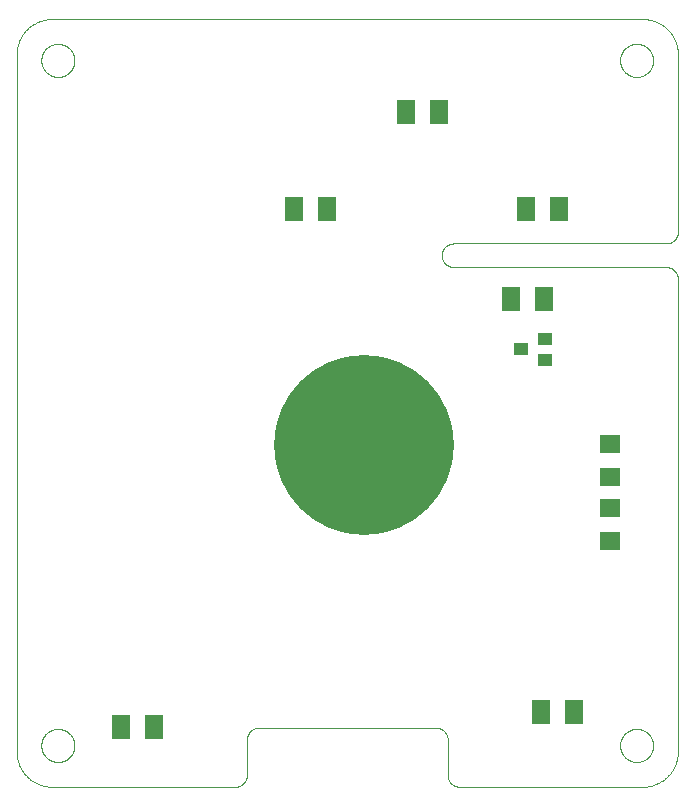
<source format=gbp>
G75*
%MOIN*%
%OFA0B0*%
%FSLAX25Y25*%
%IPPOS*%
%LPD*%
%AMOC8*
5,1,8,0,0,1.08239X$1,22.5*
%
%ADD10C,0.00000*%
%ADD11C,0.60000*%
%ADD12R,0.04500X0.04000*%
%ADD13R,0.06299X0.07874*%
%ADD14R,0.07087X0.06299*%
D10*
X0037312Y0035098D02*
X0098336Y0035098D01*
X0098460Y0035100D01*
X0098583Y0035106D01*
X0098707Y0035115D01*
X0098829Y0035129D01*
X0098952Y0035146D01*
X0099074Y0035168D01*
X0099195Y0035193D01*
X0099315Y0035222D01*
X0099434Y0035254D01*
X0099553Y0035291D01*
X0099670Y0035331D01*
X0099785Y0035374D01*
X0099900Y0035422D01*
X0100012Y0035473D01*
X0100123Y0035527D01*
X0100233Y0035585D01*
X0100340Y0035646D01*
X0100446Y0035711D01*
X0100549Y0035779D01*
X0100650Y0035850D01*
X0100749Y0035924D01*
X0100846Y0036001D01*
X0100940Y0036082D01*
X0101031Y0036165D01*
X0101120Y0036251D01*
X0101206Y0036340D01*
X0101289Y0036431D01*
X0101370Y0036525D01*
X0101447Y0036622D01*
X0101521Y0036721D01*
X0101592Y0036822D01*
X0101660Y0036925D01*
X0101725Y0037031D01*
X0101786Y0037138D01*
X0101844Y0037248D01*
X0101898Y0037359D01*
X0101949Y0037471D01*
X0101997Y0037586D01*
X0102040Y0037701D01*
X0102080Y0037818D01*
X0102117Y0037937D01*
X0102149Y0038056D01*
X0102178Y0038176D01*
X0102203Y0038297D01*
X0102225Y0038419D01*
X0102242Y0038542D01*
X0102256Y0038664D01*
X0102265Y0038788D01*
X0102271Y0038911D01*
X0102273Y0039035D01*
X0102273Y0050846D01*
X0102275Y0050970D01*
X0102281Y0051093D01*
X0102290Y0051217D01*
X0102304Y0051339D01*
X0102321Y0051462D01*
X0102343Y0051584D01*
X0102368Y0051705D01*
X0102397Y0051825D01*
X0102429Y0051944D01*
X0102466Y0052063D01*
X0102506Y0052180D01*
X0102549Y0052295D01*
X0102597Y0052410D01*
X0102648Y0052522D01*
X0102702Y0052633D01*
X0102760Y0052743D01*
X0102821Y0052850D01*
X0102886Y0052956D01*
X0102954Y0053059D01*
X0103025Y0053160D01*
X0103099Y0053259D01*
X0103176Y0053356D01*
X0103257Y0053450D01*
X0103340Y0053541D01*
X0103426Y0053630D01*
X0103515Y0053716D01*
X0103606Y0053799D01*
X0103700Y0053880D01*
X0103797Y0053957D01*
X0103896Y0054031D01*
X0103997Y0054102D01*
X0104100Y0054170D01*
X0104206Y0054235D01*
X0104313Y0054296D01*
X0104423Y0054354D01*
X0104534Y0054408D01*
X0104646Y0054459D01*
X0104761Y0054507D01*
X0104876Y0054550D01*
X0104993Y0054590D01*
X0105112Y0054627D01*
X0105231Y0054659D01*
X0105351Y0054688D01*
X0105472Y0054713D01*
X0105594Y0054735D01*
X0105717Y0054752D01*
X0105839Y0054766D01*
X0105963Y0054775D01*
X0106086Y0054781D01*
X0106210Y0054783D01*
X0165265Y0054783D01*
X0165389Y0054781D01*
X0165512Y0054775D01*
X0165636Y0054766D01*
X0165758Y0054752D01*
X0165881Y0054735D01*
X0166003Y0054713D01*
X0166124Y0054688D01*
X0166244Y0054659D01*
X0166363Y0054627D01*
X0166482Y0054590D01*
X0166599Y0054550D01*
X0166714Y0054507D01*
X0166829Y0054459D01*
X0166941Y0054408D01*
X0167052Y0054354D01*
X0167162Y0054296D01*
X0167269Y0054235D01*
X0167375Y0054170D01*
X0167478Y0054102D01*
X0167579Y0054031D01*
X0167678Y0053957D01*
X0167775Y0053880D01*
X0167869Y0053799D01*
X0167960Y0053716D01*
X0168049Y0053630D01*
X0168135Y0053541D01*
X0168218Y0053450D01*
X0168299Y0053356D01*
X0168376Y0053259D01*
X0168450Y0053160D01*
X0168521Y0053059D01*
X0168589Y0052956D01*
X0168654Y0052850D01*
X0168715Y0052743D01*
X0168773Y0052633D01*
X0168827Y0052522D01*
X0168878Y0052410D01*
X0168926Y0052295D01*
X0168969Y0052180D01*
X0169009Y0052063D01*
X0169046Y0051944D01*
X0169078Y0051825D01*
X0169107Y0051705D01*
X0169132Y0051584D01*
X0169154Y0051462D01*
X0169171Y0051339D01*
X0169185Y0051217D01*
X0169194Y0051093D01*
X0169200Y0050970D01*
X0169202Y0050846D01*
X0169202Y0039035D01*
X0169204Y0038911D01*
X0169210Y0038788D01*
X0169219Y0038664D01*
X0169233Y0038542D01*
X0169250Y0038419D01*
X0169272Y0038297D01*
X0169297Y0038176D01*
X0169326Y0038056D01*
X0169358Y0037937D01*
X0169395Y0037818D01*
X0169435Y0037701D01*
X0169478Y0037586D01*
X0169526Y0037471D01*
X0169577Y0037359D01*
X0169631Y0037248D01*
X0169689Y0037138D01*
X0169750Y0037031D01*
X0169815Y0036925D01*
X0169883Y0036822D01*
X0169954Y0036721D01*
X0170028Y0036622D01*
X0170105Y0036525D01*
X0170186Y0036431D01*
X0170269Y0036340D01*
X0170355Y0036251D01*
X0170444Y0036165D01*
X0170535Y0036082D01*
X0170629Y0036001D01*
X0170726Y0035924D01*
X0170825Y0035850D01*
X0170926Y0035779D01*
X0171029Y0035711D01*
X0171135Y0035646D01*
X0171242Y0035585D01*
X0171352Y0035527D01*
X0171463Y0035473D01*
X0171575Y0035422D01*
X0171690Y0035374D01*
X0171805Y0035331D01*
X0171922Y0035291D01*
X0172041Y0035254D01*
X0172160Y0035222D01*
X0172280Y0035193D01*
X0172401Y0035168D01*
X0172523Y0035146D01*
X0172646Y0035129D01*
X0172768Y0035115D01*
X0172892Y0035106D01*
X0173015Y0035100D01*
X0173139Y0035098D01*
X0234162Y0035098D01*
X0234447Y0035101D01*
X0234733Y0035112D01*
X0235018Y0035129D01*
X0235302Y0035153D01*
X0235586Y0035184D01*
X0235869Y0035222D01*
X0236150Y0035267D01*
X0236431Y0035318D01*
X0236711Y0035376D01*
X0236989Y0035441D01*
X0237265Y0035513D01*
X0237539Y0035591D01*
X0237812Y0035676D01*
X0238082Y0035768D01*
X0238350Y0035866D01*
X0238616Y0035970D01*
X0238879Y0036081D01*
X0239139Y0036198D01*
X0239397Y0036321D01*
X0239651Y0036451D01*
X0239902Y0036587D01*
X0240150Y0036728D01*
X0240394Y0036876D01*
X0240635Y0037029D01*
X0240871Y0037189D01*
X0241104Y0037354D01*
X0241333Y0037524D01*
X0241558Y0037700D01*
X0241778Y0037882D01*
X0241994Y0038068D01*
X0242205Y0038260D01*
X0242412Y0038457D01*
X0242614Y0038659D01*
X0242811Y0038866D01*
X0243003Y0039077D01*
X0243189Y0039293D01*
X0243371Y0039513D01*
X0243547Y0039738D01*
X0243717Y0039967D01*
X0243882Y0040200D01*
X0244042Y0040436D01*
X0244195Y0040677D01*
X0244343Y0040921D01*
X0244484Y0041169D01*
X0244620Y0041420D01*
X0244750Y0041674D01*
X0244873Y0041932D01*
X0244990Y0042192D01*
X0245101Y0042455D01*
X0245205Y0042721D01*
X0245303Y0042989D01*
X0245395Y0043259D01*
X0245480Y0043532D01*
X0245558Y0043806D01*
X0245630Y0044082D01*
X0245695Y0044360D01*
X0245753Y0044640D01*
X0245804Y0044921D01*
X0245849Y0045202D01*
X0245887Y0045485D01*
X0245918Y0045769D01*
X0245942Y0046053D01*
X0245959Y0046338D01*
X0245970Y0046624D01*
X0245973Y0046909D01*
X0245973Y0204390D01*
X0245971Y0204514D01*
X0245965Y0204637D01*
X0245956Y0204761D01*
X0245942Y0204883D01*
X0245925Y0205006D01*
X0245903Y0205128D01*
X0245878Y0205249D01*
X0245849Y0205369D01*
X0245817Y0205488D01*
X0245780Y0205607D01*
X0245740Y0205724D01*
X0245697Y0205839D01*
X0245649Y0205954D01*
X0245598Y0206066D01*
X0245544Y0206177D01*
X0245486Y0206287D01*
X0245425Y0206394D01*
X0245360Y0206500D01*
X0245292Y0206603D01*
X0245221Y0206704D01*
X0245147Y0206803D01*
X0245070Y0206900D01*
X0244989Y0206994D01*
X0244906Y0207085D01*
X0244820Y0207174D01*
X0244731Y0207260D01*
X0244640Y0207343D01*
X0244546Y0207424D01*
X0244449Y0207501D01*
X0244350Y0207575D01*
X0244249Y0207646D01*
X0244146Y0207714D01*
X0244040Y0207779D01*
X0243933Y0207840D01*
X0243823Y0207898D01*
X0243712Y0207952D01*
X0243600Y0208003D01*
X0243485Y0208051D01*
X0243370Y0208094D01*
X0243253Y0208134D01*
X0243134Y0208171D01*
X0243015Y0208203D01*
X0242895Y0208232D01*
X0242774Y0208257D01*
X0242652Y0208279D01*
X0242529Y0208296D01*
X0242407Y0208310D01*
X0242283Y0208319D01*
X0242160Y0208325D01*
X0242036Y0208327D01*
X0171170Y0208327D01*
X0171046Y0208329D01*
X0170923Y0208335D01*
X0170799Y0208344D01*
X0170677Y0208358D01*
X0170554Y0208375D01*
X0170432Y0208397D01*
X0170311Y0208422D01*
X0170191Y0208451D01*
X0170072Y0208483D01*
X0169953Y0208520D01*
X0169836Y0208560D01*
X0169721Y0208603D01*
X0169606Y0208651D01*
X0169494Y0208702D01*
X0169383Y0208756D01*
X0169273Y0208814D01*
X0169166Y0208875D01*
X0169060Y0208940D01*
X0168957Y0209008D01*
X0168856Y0209079D01*
X0168757Y0209153D01*
X0168660Y0209230D01*
X0168566Y0209311D01*
X0168475Y0209394D01*
X0168386Y0209480D01*
X0168300Y0209569D01*
X0168217Y0209660D01*
X0168136Y0209754D01*
X0168059Y0209851D01*
X0167985Y0209950D01*
X0167914Y0210051D01*
X0167846Y0210154D01*
X0167781Y0210260D01*
X0167720Y0210367D01*
X0167662Y0210477D01*
X0167608Y0210588D01*
X0167557Y0210700D01*
X0167509Y0210815D01*
X0167466Y0210930D01*
X0167426Y0211047D01*
X0167389Y0211166D01*
X0167357Y0211285D01*
X0167328Y0211405D01*
X0167303Y0211526D01*
X0167281Y0211648D01*
X0167264Y0211771D01*
X0167250Y0211893D01*
X0167241Y0212017D01*
X0167235Y0212140D01*
X0167233Y0212264D01*
X0167235Y0212388D01*
X0167241Y0212511D01*
X0167250Y0212635D01*
X0167264Y0212757D01*
X0167281Y0212880D01*
X0167303Y0213002D01*
X0167328Y0213123D01*
X0167357Y0213243D01*
X0167389Y0213362D01*
X0167426Y0213481D01*
X0167466Y0213598D01*
X0167509Y0213713D01*
X0167557Y0213828D01*
X0167608Y0213940D01*
X0167662Y0214051D01*
X0167720Y0214161D01*
X0167781Y0214268D01*
X0167846Y0214374D01*
X0167914Y0214477D01*
X0167985Y0214578D01*
X0168059Y0214677D01*
X0168136Y0214774D01*
X0168217Y0214868D01*
X0168300Y0214959D01*
X0168386Y0215048D01*
X0168475Y0215134D01*
X0168566Y0215217D01*
X0168660Y0215298D01*
X0168757Y0215375D01*
X0168856Y0215449D01*
X0168957Y0215520D01*
X0169060Y0215588D01*
X0169166Y0215653D01*
X0169273Y0215714D01*
X0169383Y0215772D01*
X0169494Y0215826D01*
X0169606Y0215877D01*
X0169721Y0215925D01*
X0169836Y0215968D01*
X0169953Y0216008D01*
X0170072Y0216045D01*
X0170191Y0216077D01*
X0170311Y0216106D01*
X0170432Y0216131D01*
X0170554Y0216153D01*
X0170677Y0216170D01*
X0170799Y0216184D01*
X0170923Y0216193D01*
X0171046Y0216199D01*
X0171170Y0216201D01*
X0242036Y0216201D01*
X0242160Y0216203D01*
X0242283Y0216209D01*
X0242407Y0216218D01*
X0242529Y0216232D01*
X0242652Y0216249D01*
X0242774Y0216271D01*
X0242895Y0216296D01*
X0243015Y0216325D01*
X0243134Y0216357D01*
X0243253Y0216394D01*
X0243370Y0216434D01*
X0243485Y0216477D01*
X0243600Y0216525D01*
X0243712Y0216576D01*
X0243823Y0216630D01*
X0243933Y0216688D01*
X0244040Y0216749D01*
X0244146Y0216814D01*
X0244249Y0216882D01*
X0244350Y0216953D01*
X0244449Y0217027D01*
X0244546Y0217104D01*
X0244640Y0217185D01*
X0244731Y0217268D01*
X0244820Y0217354D01*
X0244906Y0217443D01*
X0244989Y0217534D01*
X0245070Y0217628D01*
X0245147Y0217725D01*
X0245221Y0217824D01*
X0245292Y0217925D01*
X0245360Y0218028D01*
X0245425Y0218134D01*
X0245486Y0218241D01*
X0245544Y0218351D01*
X0245598Y0218462D01*
X0245649Y0218574D01*
X0245697Y0218689D01*
X0245740Y0218804D01*
X0245780Y0218921D01*
X0245817Y0219040D01*
X0245849Y0219159D01*
X0245878Y0219279D01*
X0245903Y0219400D01*
X0245925Y0219522D01*
X0245942Y0219645D01*
X0245956Y0219767D01*
X0245965Y0219891D01*
X0245971Y0220014D01*
X0245973Y0220138D01*
X0245973Y0279193D01*
X0245970Y0279478D01*
X0245959Y0279764D01*
X0245942Y0280049D01*
X0245918Y0280333D01*
X0245887Y0280617D01*
X0245849Y0280900D01*
X0245804Y0281181D01*
X0245753Y0281462D01*
X0245695Y0281742D01*
X0245630Y0282020D01*
X0245558Y0282296D01*
X0245480Y0282570D01*
X0245395Y0282843D01*
X0245303Y0283113D01*
X0245205Y0283381D01*
X0245101Y0283647D01*
X0244990Y0283910D01*
X0244873Y0284170D01*
X0244750Y0284428D01*
X0244620Y0284682D01*
X0244484Y0284933D01*
X0244343Y0285181D01*
X0244195Y0285425D01*
X0244042Y0285666D01*
X0243882Y0285902D01*
X0243717Y0286135D01*
X0243547Y0286364D01*
X0243371Y0286589D01*
X0243189Y0286809D01*
X0243003Y0287025D01*
X0242811Y0287236D01*
X0242614Y0287443D01*
X0242412Y0287645D01*
X0242205Y0287842D01*
X0241994Y0288034D01*
X0241778Y0288220D01*
X0241558Y0288402D01*
X0241333Y0288578D01*
X0241104Y0288748D01*
X0240871Y0288913D01*
X0240635Y0289073D01*
X0240394Y0289226D01*
X0240150Y0289374D01*
X0239902Y0289515D01*
X0239651Y0289651D01*
X0239397Y0289781D01*
X0239139Y0289904D01*
X0238879Y0290021D01*
X0238616Y0290132D01*
X0238350Y0290236D01*
X0238082Y0290334D01*
X0237812Y0290426D01*
X0237539Y0290511D01*
X0237265Y0290589D01*
X0236989Y0290661D01*
X0236711Y0290726D01*
X0236431Y0290784D01*
X0236150Y0290835D01*
X0235869Y0290880D01*
X0235586Y0290918D01*
X0235302Y0290949D01*
X0235018Y0290973D01*
X0234733Y0290990D01*
X0234447Y0291001D01*
X0234162Y0291004D01*
X0037312Y0291004D01*
X0037027Y0291001D01*
X0036741Y0290990D01*
X0036456Y0290973D01*
X0036172Y0290949D01*
X0035888Y0290918D01*
X0035605Y0290880D01*
X0035324Y0290835D01*
X0035043Y0290784D01*
X0034763Y0290726D01*
X0034485Y0290661D01*
X0034209Y0290589D01*
X0033935Y0290511D01*
X0033662Y0290426D01*
X0033392Y0290334D01*
X0033124Y0290236D01*
X0032858Y0290132D01*
X0032595Y0290021D01*
X0032335Y0289904D01*
X0032077Y0289781D01*
X0031823Y0289651D01*
X0031572Y0289515D01*
X0031324Y0289374D01*
X0031080Y0289226D01*
X0030839Y0289073D01*
X0030603Y0288913D01*
X0030370Y0288748D01*
X0030141Y0288578D01*
X0029916Y0288402D01*
X0029696Y0288220D01*
X0029480Y0288034D01*
X0029269Y0287842D01*
X0029062Y0287645D01*
X0028860Y0287443D01*
X0028663Y0287236D01*
X0028471Y0287025D01*
X0028285Y0286809D01*
X0028103Y0286589D01*
X0027927Y0286364D01*
X0027757Y0286135D01*
X0027592Y0285902D01*
X0027432Y0285666D01*
X0027279Y0285425D01*
X0027131Y0285181D01*
X0026990Y0284933D01*
X0026854Y0284682D01*
X0026724Y0284428D01*
X0026601Y0284170D01*
X0026484Y0283910D01*
X0026373Y0283647D01*
X0026269Y0283381D01*
X0026171Y0283113D01*
X0026079Y0282843D01*
X0025994Y0282570D01*
X0025916Y0282296D01*
X0025844Y0282020D01*
X0025779Y0281742D01*
X0025721Y0281462D01*
X0025670Y0281181D01*
X0025625Y0280900D01*
X0025587Y0280617D01*
X0025556Y0280333D01*
X0025532Y0280049D01*
X0025515Y0279764D01*
X0025504Y0279478D01*
X0025501Y0279193D01*
X0025501Y0046909D01*
X0025504Y0046624D01*
X0025515Y0046338D01*
X0025532Y0046053D01*
X0025556Y0045769D01*
X0025587Y0045485D01*
X0025625Y0045202D01*
X0025670Y0044921D01*
X0025721Y0044640D01*
X0025779Y0044360D01*
X0025844Y0044082D01*
X0025916Y0043806D01*
X0025994Y0043532D01*
X0026079Y0043259D01*
X0026171Y0042989D01*
X0026269Y0042721D01*
X0026373Y0042455D01*
X0026484Y0042192D01*
X0026601Y0041932D01*
X0026724Y0041674D01*
X0026854Y0041420D01*
X0026990Y0041169D01*
X0027131Y0040921D01*
X0027279Y0040677D01*
X0027432Y0040436D01*
X0027592Y0040200D01*
X0027757Y0039967D01*
X0027927Y0039738D01*
X0028103Y0039513D01*
X0028285Y0039293D01*
X0028471Y0039077D01*
X0028663Y0038866D01*
X0028860Y0038659D01*
X0029062Y0038457D01*
X0029269Y0038260D01*
X0029480Y0038068D01*
X0029696Y0037882D01*
X0029916Y0037700D01*
X0030141Y0037524D01*
X0030370Y0037354D01*
X0030603Y0037189D01*
X0030839Y0037029D01*
X0031080Y0036876D01*
X0031324Y0036728D01*
X0031572Y0036587D01*
X0031823Y0036451D01*
X0032077Y0036321D01*
X0032335Y0036198D01*
X0032595Y0036081D01*
X0032858Y0035970D01*
X0033124Y0035866D01*
X0033392Y0035768D01*
X0033662Y0035676D01*
X0033935Y0035591D01*
X0034209Y0035513D01*
X0034485Y0035441D01*
X0034763Y0035376D01*
X0035043Y0035318D01*
X0035324Y0035267D01*
X0035605Y0035222D01*
X0035888Y0035184D01*
X0036172Y0035153D01*
X0036456Y0035129D01*
X0036741Y0035112D01*
X0037027Y0035101D01*
X0037312Y0035098D01*
X0033765Y0048883D02*
X0033767Y0049031D01*
X0033773Y0049179D01*
X0033783Y0049327D01*
X0033797Y0049474D01*
X0033815Y0049621D01*
X0033836Y0049767D01*
X0033862Y0049913D01*
X0033892Y0050058D01*
X0033925Y0050202D01*
X0033963Y0050345D01*
X0034004Y0050487D01*
X0034049Y0050628D01*
X0034097Y0050768D01*
X0034150Y0050907D01*
X0034206Y0051044D01*
X0034266Y0051179D01*
X0034329Y0051313D01*
X0034396Y0051445D01*
X0034467Y0051575D01*
X0034541Y0051703D01*
X0034618Y0051829D01*
X0034699Y0051953D01*
X0034783Y0052075D01*
X0034870Y0052194D01*
X0034961Y0052311D01*
X0035055Y0052426D01*
X0035151Y0052538D01*
X0035251Y0052648D01*
X0035353Y0052754D01*
X0035459Y0052858D01*
X0035567Y0052959D01*
X0035678Y0053057D01*
X0035791Y0053153D01*
X0035907Y0053245D01*
X0036025Y0053334D01*
X0036146Y0053419D01*
X0036269Y0053502D01*
X0036394Y0053581D01*
X0036521Y0053657D01*
X0036650Y0053729D01*
X0036781Y0053798D01*
X0036914Y0053863D01*
X0037049Y0053924D01*
X0037185Y0053982D01*
X0037322Y0054037D01*
X0037461Y0054087D01*
X0037602Y0054134D01*
X0037743Y0054177D01*
X0037886Y0054217D01*
X0038030Y0054252D01*
X0038174Y0054284D01*
X0038320Y0054311D01*
X0038466Y0054335D01*
X0038613Y0054355D01*
X0038760Y0054371D01*
X0038907Y0054383D01*
X0039055Y0054391D01*
X0039203Y0054395D01*
X0039351Y0054395D01*
X0039499Y0054391D01*
X0039647Y0054383D01*
X0039794Y0054371D01*
X0039941Y0054355D01*
X0040088Y0054335D01*
X0040234Y0054311D01*
X0040380Y0054284D01*
X0040524Y0054252D01*
X0040668Y0054217D01*
X0040811Y0054177D01*
X0040952Y0054134D01*
X0041093Y0054087D01*
X0041232Y0054037D01*
X0041369Y0053982D01*
X0041505Y0053924D01*
X0041640Y0053863D01*
X0041773Y0053798D01*
X0041904Y0053729D01*
X0042033Y0053657D01*
X0042160Y0053581D01*
X0042285Y0053502D01*
X0042408Y0053419D01*
X0042529Y0053334D01*
X0042647Y0053245D01*
X0042763Y0053153D01*
X0042876Y0053057D01*
X0042987Y0052959D01*
X0043095Y0052858D01*
X0043201Y0052754D01*
X0043303Y0052648D01*
X0043403Y0052538D01*
X0043499Y0052426D01*
X0043593Y0052311D01*
X0043684Y0052194D01*
X0043771Y0052075D01*
X0043855Y0051953D01*
X0043936Y0051829D01*
X0044013Y0051703D01*
X0044087Y0051575D01*
X0044158Y0051445D01*
X0044225Y0051313D01*
X0044288Y0051179D01*
X0044348Y0051044D01*
X0044404Y0050907D01*
X0044457Y0050768D01*
X0044505Y0050628D01*
X0044550Y0050487D01*
X0044591Y0050345D01*
X0044629Y0050202D01*
X0044662Y0050058D01*
X0044692Y0049913D01*
X0044718Y0049767D01*
X0044739Y0049621D01*
X0044757Y0049474D01*
X0044771Y0049327D01*
X0044781Y0049179D01*
X0044787Y0049031D01*
X0044789Y0048883D01*
X0044787Y0048735D01*
X0044781Y0048587D01*
X0044771Y0048439D01*
X0044757Y0048292D01*
X0044739Y0048145D01*
X0044718Y0047999D01*
X0044692Y0047853D01*
X0044662Y0047708D01*
X0044629Y0047564D01*
X0044591Y0047421D01*
X0044550Y0047279D01*
X0044505Y0047138D01*
X0044457Y0046998D01*
X0044404Y0046859D01*
X0044348Y0046722D01*
X0044288Y0046587D01*
X0044225Y0046453D01*
X0044158Y0046321D01*
X0044087Y0046191D01*
X0044013Y0046063D01*
X0043936Y0045937D01*
X0043855Y0045813D01*
X0043771Y0045691D01*
X0043684Y0045572D01*
X0043593Y0045455D01*
X0043499Y0045340D01*
X0043403Y0045228D01*
X0043303Y0045118D01*
X0043201Y0045012D01*
X0043095Y0044908D01*
X0042987Y0044807D01*
X0042876Y0044709D01*
X0042763Y0044613D01*
X0042647Y0044521D01*
X0042529Y0044432D01*
X0042408Y0044347D01*
X0042285Y0044264D01*
X0042160Y0044185D01*
X0042033Y0044109D01*
X0041904Y0044037D01*
X0041773Y0043968D01*
X0041640Y0043903D01*
X0041505Y0043842D01*
X0041369Y0043784D01*
X0041232Y0043729D01*
X0041093Y0043679D01*
X0040952Y0043632D01*
X0040811Y0043589D01*
X0040668Y0043549D01*
X0040524Y0043514D01*
X0040380Y0043482D01*
X0040234Y0043455D01*
X0040088Y0043431D01*
X0039941Y0043411D01*
X0039794Y0043395D01*
X0039647Y0043383D01*
X0039499Y0043375D01*
X0039351Y0043371D01*
X0039203Y0043371D01*
X0039055Y0043375D01*
X0038907Y0043383D01*
X0038760Y0043395D01*
X0038613Y0043411D01*
X0038466Y0043431D01*
X0038320Y0043455D01*
X0038174Y0043482D01*
X0038030Y0043514D01*
X0037886Y0043549D01*
X0037743Y0043589D01*
X0037602Y0043632D01*
X0037461Y0043679D01*
X0037322Y0043729D01*
X0037185Y0043784D01*
X0037049Y0043842D01*
X0036914Y0043903D01*
X0036781Y0043968D01*
X0036650Y0044037D01*
X0036521Y0044109D01*
X0036394Y0044185D01*
X0036269Y0044264D01*
X0036146Y0044347D01*
X0036025Y0044432D01*
X0035907Y0044521D01*
X0035791Y0044613D01*
X0035678Y0044709D01*
X0035567Y0044807D01*
X0035459Y0044908D01*
X0035353Y0045012D01*
X0035251Y0045118D01*
X0035151Y0045228D01*
X0035055Y0045340D01*
X0034961Y0045455D01*
X0034870Y0045572D01*
X0034783Y0045691D01*
X0034699Y0045813D01*
X0034618Y0045937D01*
X0034541Y0046063D01*
X0034467Y0046191D01*
X0034396Y0046321D01*
X0034329Y0046453D01*
X0034266Y0046587D01*
X0034206Y0046722D01*
X0034150Y0046859D01*
X0034097Y0046998D01*
X0034049Y0047138D01*
X0034004Y0047279D01*
X0033963Y0047421D01*
X0033925Y0047564D01*
X0033892Y0047708D01*
X0033862Y0047853D01*
X0033836Y0047999D01*
X0033815Y0048145D01*
X0033797Y0048292D01*
X0033783Y0048439D01*
X0033773Y0048587D01*
X0033767Y0048735D01*
X0033765Y0048883D01*
X0226679Y0048883D02*
X0226681Y0049031D01*
X0226687Y0049179D01*
X0226697Y0049327D01*
X0226711Y0049474D01*
X0226729Y0049621D01*
X0226750Y0049767D01*
X0226776Y0049913D01*
X0226806Y0050058D01*
X0226839Y0050202D01*
X0226877Y0050345D01*
X0226918Y0050487D01*
X0226963Y0050628D01*
X0227011Y0050768D01*
X0227064Y0050907D01*
X0227120Y0051044D01*
X0227180Y0051179D01*
X0227243Y0051313D01*
X0227310Y0051445D01*
X0227381Y0051575D01*
X0227455Y0051703D01*
X0227532Y0051829D01*
X0227613Y0051953D01*
X0227697Y0052075D01*
X0227784Y0052194D01*
X0227875Y0052311D01*
X0227969Y0052426D01*
X0228065Y0052538D01*
X0228165Y0052648D01*
X0228267Y0052754D01*
X0228373Y0052858D01*
X0228481Y0052959D01*
X0228592Y0053057D01*
X0228705Y0053153D01*
X0228821Y0053245D01*
X0228939Y0053334D01*
X0229060Y0053419D01*
X0229183Y0053502D01*
X0229308Y0053581D01*
X0229435Y0053657D01*
X0229564Y0053729D01*
X0229695Y0053798D01*
X0229828Y0053863D01*
X0229963Y0053924D01*
X0230099Y0053982D01*
X0230236Y0054037D01*
X0230375Y0054087D01*
X0230516Y0054134D01*
X0230657Y0054177D01*
X0230800Y0054217D01*
X0230944Y0054252D01*
X0231088Y0054284D01*
X0231234Y0054311D01*
X0231380Y0054335D01*
X0231527Y0054355D01*
X0231674Y0054371D01*
X0231821Y0054383D01*
X0231969Y0054391D01*
X0232117Y0054395D01*
X0232265Y0054395D01*
X0232413Y0054391D01*
X0232561Y0054383D01*
X0232708Y0054371D01*
X0232855Y0054355D01*
X0233002Y0054335D01*
X0233148Y0054311D01*
X0233294Y0054284D01*
X0233438Y0054252D01*
X0233582Y0054217D01*
X0233725Y0054177D01*
X0233866Y0054134D01*
X0234007Y0054087D01*
X0234146Y0054037D01*
X0234283Y0053982D01*
X0234419Y0053924D01*
X0234554Y0053863D01*
X0234687Y0053798D01*
X0234818Y0053729D01*
X0234947Y0053657D01*
X0235074Y0053581D01*
X0235199Y0053502D01*
X0235322Y0053419D01*
X0235443Y0053334D01*
X0235561Y0053245D01*
X0235677Y0053153D01*
X0235790Y0053057D01*
X0235901Y0052959D01*
X0236009Y0052858D01*
X0236115Y0052754D01*
X0236217Y0052648D01*
X0236317Y0052538D01*
X0236413Y0052426D01*
X0236507Y0052311D01*
X0236598Y0052194D01*
X0236685Y0052075D01*
X0236769Y0051953D01*
X0236850Y0051829D01*
X0236927Y0051703D01*
X0237001Y0051575D01*
X0237072Y0051445D01*
X0237139Y0051313D01*
X0237202Y0051179D01*
X0237262Y0051044D01*
X0237318Y0050907D01*
X0237371Y0050768D01*
X0237419Y0050628D01*
X0237464Y0050487D01*
X0237505Y0050345D01*
X0237543Y0050202D01*
X0237576Y0050058D01*
X0237606Y0049913D01*
X0237632Y0049767D01*
X0237653Y0049621D01*
X0237671Y0049474D01*
X0237685Y0049327D01*
X0237695Y0049179D01*
X0237701Y0049031D01*
X0237703Y0048883D01*
X0237701Y0048735D01*
X0237695Y0048587D01*
X0237685Y0048439D01*
X0237671Y0048292D01*
X0237653Y0048145D01*
X0237632Y0047999D01*
X0237606Y0047853D01*
X0237576Y0047708D01*
X0237543Y0047564D01*
X0237505Y0047421D01*
X0237464Y0047279D01*
X0237419Y0047138D01*
X0237371Y0046998D01*
X0237318Y0046859D01*
X0237262Y0046722D01*
X0237202Y0046587D01*
X0237139Y0046453D01*
X0237072Y0046321D01*
X0237001Y0046191D01*
X0236927Y0046063D01*
X0236850Y0045937D01*
X0236769Y0045813D01*
X0236685Y0045691D01*
X0236598Y0045572D01*
X0236507Y0045455D01*
X0236413Y0045340D01*
X0236317Y0045228D01*
X0236217Y0045118D01*
X0236115Y0045012D01*
X0236009Y0044908D01*
X0235901Y0044807D01*
X0235790Y0044709D01*
X0235677Y0044613D01*
X0235561Y0044521D01*
X0235443Y0044432D01*
X0235322Y0044347D01*
X0235199Y0044264D01*
X0235074Y0044185D01*
X0234947Y0044109D01*
X0234818Y0044037D01*
X0234687Y0043968D01*
X0234554Y0043903D01*
X0234419Y0043842D01*
X0234283Y0043784D01*
X0234146Y0043729D01*
X0234007Y0043679D01*
X0233866Y0043632D01*
X0233725Y0043589D01*
X0233582Y0043549D01*
X0233438Y0043514D01*
X0233294Y0043482D01*
X0233148Y0043455D01*
X0233002Y0043431D01*
X0232855Y0043411D01*
X0232708Y0043395D01*
X0232561Y0043383D01*
X0232413Y0043375D01*
X0232265Y0043371D01*
X0232117Y0043371D01*
X0231969Y0043375D01*
X0231821Y0043383D01*
X0231674Y0043395D01*
X0231527Y0043411D01*
X0231380Y0043431D01*
X0231234Y0043455D01*
X0231088Y0043482D01*
X0230944Y0043514D01*
X0230800Y0043549D01*
X0230657Y0043589D01*
X0230516Y0043632D01*
X0230375Y0043679D01*
X0230236Y0043729D01*
X0230099Y0043784D01*
X0229963Y0043842D01*
X0229828Y0043903D01*
X0229695Y0043968D01*
X0229564Y0044037D01*
X0229435Y0044109D01*
X0229308Y0044185D01*
X0229183Y0044264D01*
X0229060Y0044347D01*
X0228939Y0044432D01*
X0228821Y0044521D01*
X0228705Y0044613D01*
X0228592Y0044709D01*
X0228481Y0044807D01*
X0228373Y0044908D01*
X0228267Y0045012D01*
X0228165Y0045118D01*
X0228065Y0045228D01*
X0227969Y0045340D01*
X0227875Y0045455D01*
X0227784Y0045572D01*
X0227697Y0045691D01*
X0227613Y0045813D01*
X0227532Y0045937D01*
X0227455Y0046063D01*
X0227381Y0046191D01*
X0227310Y0046321D01*
X0227243Y0046453D01*
X0227180Y0046587D01*
X0227120Y0046722D01*
X0227064Y0046859D01*
X0227011Y0046998D01*
X0226963Y0047138D01*
X0226918Y0047279D01*
X0226877Y0047421D01*
X0226839Y0047564D01*
X0226806Y0047708D01*
X0226776Y0047853D01*
X0226750Y0047999D01*
X0226729Y0048145D01*
X0226711Y0048292D01*
X0226697Y0048439D01*
X0226687Y0048587D01*
X0226681Y0048735D01*
X0226679Y0048883D01*
X0226679Y0277230D02*
X0226681Y0277378D01*
X0226687Y0277526D01*
X0226697Y0277674D01*
X0226711Y0277821D01*
X0226729Y0277968D01*
X0226750Y0278114D01*
X0226776Y0278260D01*
X0226806Y0278405D01*
X0226839Y0278549D01*
X0226877Y0278692D01*
X0226918Y0278834D01*
X0226963Y0278975D01*
X0227011Y0279115D01*
X0227064Y0279254D01*
X0227120Y0279391D01*
X0227180Y0279526D01*
X0227243Y0279660D01*
X0227310Y0279792D01*
X0227381Y0279922D01*
X0227455Y0280050D01*
X0227532Y0280176D01*
X0227613Y0280300D01*
X0227697Y0280422D01*
X0227784Y0280541D01*
X0227875Y0280658D01*
X0227969Y0280773D01*
X0228065Y0280885D01*
X0228165Y0280995D01*
X0228267Y0281101D01*
X0228373Y0281205D01*
X0228481Y0281306D01*
X0228592Y0281404D01*
X0228705Y0281500D01*
X0228821Y0281592D01*
X0228939Y0281681D01*
X0229060Y0281766D01*
X0229183Y0281849D01*
X0229308Y0281928D01*
X0229435Y0282004D01*
X0229564Y0282076D01*
X0229695Y0282145D01*
X0229828Y0282210D01*
X0229963Y0282271D01*
X0230099Y0282329D01*
X0230236Y0282384D01*
X0230375Y0282434D01*
X0230516Y0282481D01*
X0230657Y0282524D01*
X0230800Y0282564D01*
X0230944Y0282599D01*
X0231088Y0282631D01*
X0231234Y0282658D01*
X0231380Y0282682D01*
X0231527Y0282702D01*
X0231674Y0282718D01*
X0231821Y0282730D01*
X0231969Y0282738D01*
X0232117Y0282742D01*
X0232265Y0282742D01*
X0232413Y0282738D01*
X0232561Y0282730D01*
X0232708Y0282718D01*
X0232855Y0282702D01*
X0233002Y0282682D01*
X0233148Y0282658D01*
X0233294Y0282631D01*
X0233438Y0282599D01*
X0233582Y0282564D01*
X0233725Y0282524D01*
X0233866Y0282481D01*
X0234007Y0282434D01*
X0234146Y0282384D01*
X0234283Y0282329D01*
X0234419Y0282271D01*
X0234554Y0282210D01*
X0234687Y0282145D01*
X0234818Y0282076D01*
X0234947Y0282004D01*
X0235074Y0281928D01*
X0235199Y0281849D01*
X0235322Y0281766D01*
X0235443Y0281681D01*
X0235561Y0281592D01*
X0235677Y0281500D01*
X0235790Y0281404D01*
X0235901Y0281306D01*
X0236009Y0281205D01*
X0236115Y0281101D01*
X0236217Y0280995D01*
X0236317Y0280885D01*
X0236413Y0280773D01*
X0236507Y0280658D01*
X0236598Y0280541D01*
X0236685Y0280422D01*
X0236769Y0280300D01*
X0236850Y0280176D01*
X0236927Y0280050D01*
X0237001Y0279922D01*
X0237072Y0279792D01*
X0237139Y0279660D01*
X0237202Y0279526D01*
X0237262Y0279391D01*
X0237318Y0279254D01*
X0237371Y0279115D01*
X0237419Y0278975D01*
X0237464Y0278834D01*
X0237505Y0278692D01*
X0237543Y0278549D01*
X0237576Y0278405D01*
X0237606Y0278260D01*
X0237632Y0278114D01*
X0237653Y0277968D01*
X0237671Y0277821D01*
X0237685Y0277674D01*
X0237695Y0277526D01*
X0237701Y0277378D01*
X0237703Y0277230D01*
X0237701Y0277082D01*
X0237695Y0276934D01*
X0237685Y0276786D01*
X0237671Y0276639D01*
X0237653Y0276492D01*
X0237632Y0276346D01*
X0237606Y0276200D01*
X0237576Y0276055D01*
X0237543Y0275911D01*
X0237505Y0275768D01*
X0237464Y0275626D01*
X0237419Y0275485D01*
X0237371Y0275345D01*
X0237318Y0275206D01*
X0237262Y0275069D01*
X0237202Y0274934D01*
X0237139Y0274800D01*
X0237072Y0274668D01*
X0237001Y0274538D01*
X0236927Y0274410D01*
X0236850Y0274284D01*
X0236769Y0274160D01*
X0236685Y0274038D01*
X0236598Y0273919D01*
X0236507Y0273802D01*
X0236413Y0273687D01*
X0236317Y0273575D01*
X0236217Y0273465D01*
X0236115Y0273359D01*
X0236009Y0273255D01*
X0235901Y0273154D01*
X0235790Y0273056D01*
X0235677Y0272960D01*
X0235561Y0272868D01*
X0235443Y0272779D01*
X0235322Y0272694D01*
X0235199Y0272611D01*
X0235074Y0272532D01*
X0234947Y0272456D01*
X0234818Y0272384D01*
X0234687Y0272315D01*
X0234554Y0272250D01*
X0234419Y0272189D01*
X0234283Y0272131D01*
X0234146Y0272076D01*
X0234007Y0272026D01*
X0233866Y0271979D01*
X0233725Y0271936D01*
X0233582Y0271896D01*
X0233438Y0271861D01*
X0233294Y0271829D01*
X0233148Y0271802D01*
X0233002Y0271778D01*
X0232855Y0271758D01*
X0232708Y0271742D01*
X0232561Y0271730D01*
X0232413Y0271722D01*
X0232265Y0271718D01*
X0232117Y0271718D01*
X0231969Y0271722D01*
X0231821Y0271730D01*
X0231674Y0271742D01*
X0231527Y0271758D01*
X0231380Y0271778D01*
X0231234Y0271802D01*
X0231088Y0271829D01*
X0230944Y0271861D01*
X0230800Y0271896D01*
X0230657Y0271936D01*
X0230516Y0271979D01*
X0230375Y0272026D01*
X0230236Y0272076D01*
X0230099Y0272131D01*
X0229963Y0272189D01*
X0229828Y0272250D01*
X0229695Y0272315D01*
X0229564Y0272384D01*
X0229435Y0272456D01*
X0229308Y0272532D01*
X0229183Y0272611D01*
X0229060Y0272694D01*
X0228939Y0272779D01*
X0228821Y0272868D01*
X0228705Y0272960D01*
X0228592Y0273056D01*
X0228481Y0273154D01*
X0228373Y0273255D01*
X0228267Y0273359D01*
X0228165Y0273465D01*
X0228065Y0273575D01*
X0227969Y0273687D01*
X0227875Y0273802D01*
X0227784Y0273919D01*
X0227697Y0274038D01*
X0227613Y0274160D01*
X0227532Y0274284D01*
X0227455Y0274410D01*
X0227381Y0274538D01*
X0227310Y0274668D01*
X0227243Y0274800D01*
X0227180Y0274934D01*
X0227120Y0275069D01*
X0227064Y0275206D01*
X0227011Y0275345D01*
X0226963Y0275485D01*
X0226918Y0275626D01*
X0226877Y0275768D01*
X0226839Y0275911D01*
X0226806Y0276055D01*
X0226776Y0276200D01*
X0226750Y0276346D01*
X0226729Y0276492D01*
X0226711Y0276639D01*
X0226697Y0276786D01*
X0226687Y0276934D01*
X0226681Y0277082D01*
X0226679Y0277230D01*
X0033765Y0277230D02*
X0033767Y0277378D01*
X0033773Y0277526D01*
X0033783Y0277674D01*
X0033797Y0277821D01*
X0033815Y0277968D01*
X0033836Y0278114D01*
X0033862Y0278260D01*
X0033892Y0278405D01*
X0033925Y0278549D01*
X0033963Y0278692D01*
X0034004Y0278834D01*
X0034049Y0278975D01*
X0034097Y0279115D01*
X0034150Y0279254D01*
X0034206Y0279391D01*
X0034266Y0279526D01*
X0034329Y0279660D01*
X0034396Y0279792D01*
X0034467Y0279922D01*
X0034541Y0280050D01*
X0034618Y0280176D01*
X0034699Y0280300D01*
X0034783Y0280422D01*
X0034870Y0280541D01*
X0034961Y0280658D01*
X0035055Y0280773D01*
X0035151Y0280885D01*
X0035251Y0280995D01*
X0035353Y0281101D01*
X0035459Y0281205D01*
X0035567Y0281306D01*
X0035678Y0281404D01*
X0035791Y0281500D01*
X0035907Y0281592D01*
X0036025Y0281681D01*
X0036146Y0281766D01*
X0036269Y0281849D01*
X0036394Y0281928D01*
X0036521Y0282004D01*
X0036650Y0282076D01*
X0036781Y0282145D01*
X0036914Y0282210D01*
X0037049Y0282271D01*
X0037185Y0282329D01*
X0037322Y0282384D01*
X0037461Y0282434D01*
X0037602Y0282481D01*
X0037743Y0282524D01*
X0037886Y0282564D01*
X0038030Y0282599D01*
X0038174Y0282631D01*
X0038320Y0282658D01*
X0038466Y0282682D01*
X0038613Y0282702D01*
X0038760Y0282718D01*
X0038907Y0282730D01*
X0039055Y0282738D01*
X0039203Y0282742D01*
X0039351Y0282742D01*
X0039499Y0282738D01*
X0039647Y0282730D01*
X0039794Y0282718D01*
X0039941Y0282702D01*
X0040088Y0282682D01*
X0040234Y0282658D01*
X0040380Y0282631D01*
X0040524Y0282599D01*
X0040668Y0282564D01*
X0040811Y0282524D01*
X0040952Y0282481D01*
X0041093Y0282434D01*
X0041232Y0282384D01*
X0041369Y0282329D01*
X0041505Y0282271D01*
X0041640Y0282210D01*
X0041773Y0282145D01*
X0041904Y0282076D01*
X0042033Y0282004D01*
X0042160Y0281928D01*
X0042285Y0281849D01*
X0042408Y0281766D01*
X0042529Y0281681D01*
X0042647Y0281592D01*
X0042763Y0281500D01*
X0042876Y0281404D01*
X0042987Y0281306D01*
X0043095Y0281205D01*
X0043201Y0281101D01*
X0043303Y0280995D01*
X0043403Y0280885D01*
X0043499Y0280773D01*
X0043593Y0280658D01*
X0043684Y0280541D01*
X0043771Y0280422D01*
X0043855Y0280300D01*
X0043936Y0280176D01*
X0044013Y0280050D01*
X0044087Y0279922D01*
X0044158Y0279792D01*
X0044225Y0279660D01*
X0044288Y0279526D01*
X0044348Y0279391D01*
X0044404Y0279254D01*
X0044457Y0279115D01*
X0044505Y0278975D01*
X0044550Y0278834D01*
X0044591Y0278692D01*
X0044629Y0278549D01*
X0044662Y0278405D01*
X0044692Y0278260D01*
X0044718Y0278114D01*
X0044739Y0277968D01*
X0044757Y0277821D01*
X0044771Y0277674D01*
X0044781Y0277526D01*
X0044787Y0277378D01*
X0044789Y0277230D01*
X0044787Y0277082D01*
X0044781Y0276934D01*
X0044771Y0276786D01*
X0044757Y0276639D01*
X0044739Y0276492D01*
X0044718Y0276346D01*
X0044692Y0276200D01*
X0044662Y0276055D01*
X0044629Y0275911D01*
X0044591Y0275768D01*
X0044550Y0275626D01*
X0044505Y0275485D01*
X0044457Y0275345D01*
X0044404Y0275206D01*
X0044348Y0275069D01*
X0044288Y0274934D01*
X0044225Y0274800D01*
X0044158Y0274668D01*
X0044087Y0274538D01*
X0044013Y0274410D01*
X0043936Y0274284D01*
X0043855Y0274160D01*
X0043771Y0274038D01*
X0043684Y0273919D01*
X0043593Y0273802D01*
X0043499Y0273687D01*
X0043403Y0273575D01*
X0043303Y0273465D01*
X0043201Y0273359D01*
X0043095Y0273255D01*
X0042987Y0273154D01*
X0042876Y0273056D01*
X0042763Y0272960D01*
X0042647Y0272868D01*
X0042529Y0272779D01*
X0042408Y0272694D01*
X0042285Y0272611D01*
X0042160Y0272532D01*
X0042033Y0272456D01*
X0041904Y0272384D01*
X0041773Y0272315D01*
X0041640Y0272250D01*
X0041505Y0272189D01*
X0041369Y0272131D01*
X0041232Y0272076D01*
X0041093Y0272026D01*
X0040952Y0271979D01*
X0040811Y0271936D01*
X0040668Y0271896D01*
X0040524Y0271861D01*
X0040380Y0271829D01*
X0040234Y0271802D01*
X0040088Y0271778D01*
X0039941Y0271758D01*
X0039794Y0271742D01*
X0039647Y0271730D01*
X0039499Y0271722D01*
X0039351Y0271718D01*
X0039203Y0271718D01*
X0039055Y0271722D01*
X0038907Y0271730D01*
X0038760Y0271742D01*
X0038613Y0271758D01*
X0038466Y0271778D01*
X0038320Y0271802D01*
X0038174Y0271829D01*
X0038030Y0271861D01*
X0037886Y0271896D01*
X0037743Y0271936D01*
X0037602Y0271979D01*
X0037461Y0272026D01*
X0037322Y0272076D01*
X0037185Y0272131D01*
X0037049Y0272189D01*
X0036914Y0272250D01*
X0036781Y0272315D01*
X0036650Y0272384D01*
X0036521Y0272456D01*
X0036394Y0272532D01*
X0036269Y0272611D01*
X0036146Y0272694D01*
X0036025Y0272779D01*
X0035907Y0272868D01*
X0035791Y0272960D01*
X0035678Y0273056D01*
X0035567Y0273154D01*
X0035459Y0273255D01*
X0035353Y0273359D01*
X0035251Y0273465D01*
X0035151Y0273575D01*
X0035055Y0273687D01*
X0034961Y0273802D01*
X0034870Y0273919D01*
X0034783Y0274038D01*
X0034699Y0274160D01*
X0034618Y0274284D01*
X0034541Y0274410D01*
X0034467Y0274538D01*
X0034396Y0274668D01*
X0034329Y0274800D01*
X0034266Y0274934D01*
X0034206Y0275069D01*
X0034150Y0275206D01*
X0034097Y0275345D01*
X0034049Y0275485D01*
X0034004Y0275626D01*
X0033963Y0275768D01*
X0033925Y0275911D01*
X0033892Y0276055D01*
X0033862Y0276200D01*
X0033836Y0276346D01*
X0033815Y0276492D01*
X0033797Y0276639D01*
X0033783Y0276786D01*
X0033773Y0276934D01*
X0033767Y0277082D01*
X0033765Y0277230D01*
D11*
X0141423Y0149100D03*
D12*
X0193663Y0181009D03*
X0201663Y0177509D03*
X0201663Y0184509D03*
D13*
X0201482Y0197604D03*
X0190458Y0197604D03*
X0195458Y0227604D03*
X0206482Y0227604D03*
X0166482Y0260104D03*
X0155458Y0260104D03*
X0128982Y0227604D03*
X0117958Y0227604D03*
X0200458Y0060104D03*
X0211482Y0060104D03*
X0071482Y0055104D03*
X0060458Y0055104D03*
D14*
X0223470Y0117092D03*
X0223470Y0128116D03*
X0223470Y0138342D03*
X0223470Y0149366D03*
M02*

</source>
